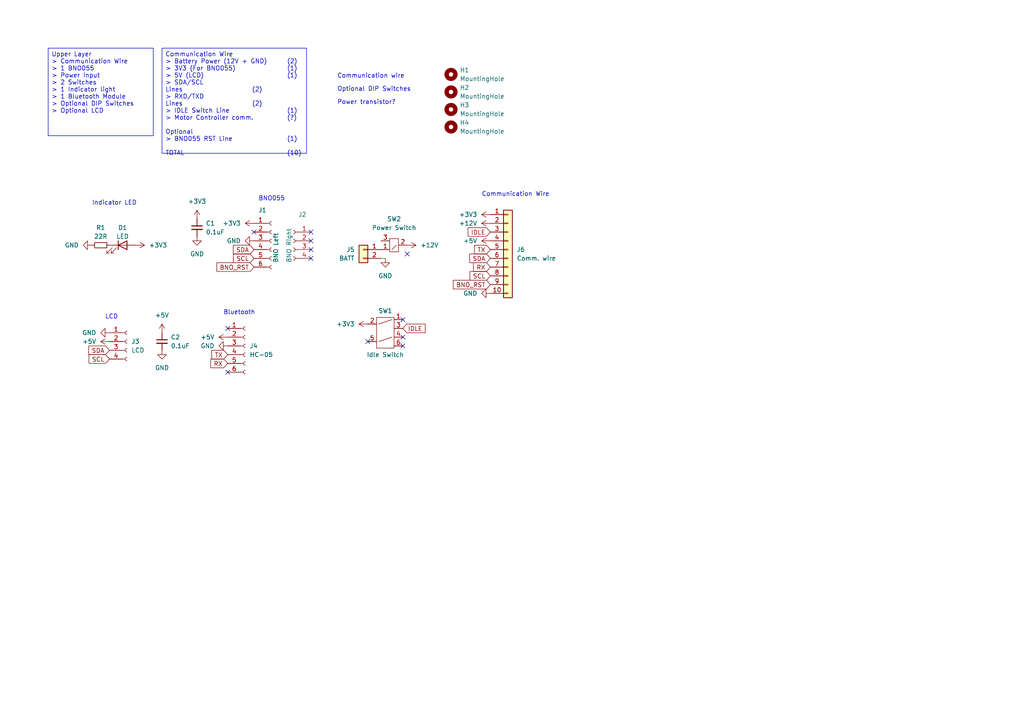
<source format=kicad_sch>
(kicad_sch (version 20230121) (generator eeschema)

  (uuid f2875605-90f4-4b90-9af0-4b2c2e70e39d)

  (paper "A4")

  (lib_symbols
    (symbol "Altronics:Switch_DPDT_S2060" (pin_names hide) (in_bom yes) (on_board yes)
      (property "Reference" "SW" (at 0 5.715 0)
        (effects (font (size 1.27 1.27)))
      )
      (property "Value" "" (at 0 0 0)
        (effects (font (size 1.27 1.27)))
      )
      (property "Footprint" "" (at 0 0 0)
        (effects (font (size 1.27 1.27)) hide)
      )
      (property "Datasheet" "" (at 0 0 0)
        (effects (font (size 1.27 1.27)) hide)
      )
      (symbol "Switch_DPDT_S2060_0_1"
        (rectangle (start -2.54 4.445) (end 2.54 -4.445)
          (stroke (width 0) (type default))
          (fill (type none))
        )
        (polyline
          (pts
            (xy -1.905 -2.54)
            (xy 1.905 -1.27)
          )
          (stroke (width 0) (type default))
          (fill (type none))
        )
        (polyline
          (pts
            (xy -1.905 2.54)
            (xy 1.905 3.81)
          )
          (stroke (width 0) (type default))
          (fill (type none))
        )
      )
      (symbol "Switch_DPDT_S2060_1_1"
        (pin input line (at 5.08 3.81 180) (length 2.54)
          (name "1" (effects (font (size 1.27 1.27))))
          (number "1" (effects (font (size 1.27 1.27))))
        )
        (pin input line (at -5.08 2.54 0) (length 2.54)
          (name "2" (effects (font (size 1.27 1.27))))
          (number "2" (effects (font (size 1.27 1.27))))
        )
        (pin input line (at 5.08 1.27 180) (length 2.54)
          (name "3" (effects (font (size 1.27 1.27))))
          (number "3" (effects (font (size 1.27 1.27))))
        )
        (pin input line (at 5.08 -1.27 180) (length 2.54)
          (name "4" (effects (font (size 1.27 1.27))))
          (number "4" (effects (font (size 1.27 1.27))))
        )
        (pin input line (at -5.08 -2.54 0) (length 2.54)
          (name "5" (effects (font (size 1.27 1.27))))
          (number "5" (effects (font (size 1.27 1.27))))
        )
        (pin input line (at 5.08 -3.81 180) (length 2.54)
          (name "6" (effects (font (size 1.27 1.27))))
          (number "6" (effects (font (size 1.27 1.27))))
        )
      )
    )
    (symbol "Altronics:Switch_SPDT_S2070" (pin_names hide) (in_bom yes) (on_board yes)
      (property "Reference" "SW" (at 0 3.81 0)
        (effects (font (size 1.27 1.27)))
      )
      (property "Value" "" (at 0 0 0)
        (effects (font (size 1.27 1.27)))
      )
      (property "Footprint" "" (at 0 0 0)
        (effects (font (size 1.27 1.27)) hide)
      )
      (property "Datasheet" "" (at 0 0 0)
        (effects (font (size 1.27 1.27)) hide)
      )
      (symbol "Switch_SPDT_S2070_0_1"
        (rectangle (start -1.27 1.905) (end 1.27 -1.905)
          (stroke (width 0) (type default))
          (fill (type none))
        )
        (polyline
          (pts
            (xy -0.635 0)
            (xy 0.635 1.27)
          )
          (stroke (width 0) (type default))
          (fill (type none))
        )
      )
      (symbol "Switch_SPDT_S2070_1_1"
        (pin input line (at 3.81 1.27 180) (length 2.54)
          (name "1" (effects (font (size 1.27 1.27))))
          (number "1" (effects (font (size 1.27 1.27))))
        )
        (pin input line (at -3.81 0 0) (length 2.54)
          (name "2" (effects (font (size 1.27 1.27))))
          (number "2" (effects (font (size 1.27 1.27))))
        )
        (pin input line (at 3.81 -1.27 180) (length 2.54)
          (name "3" (effects (font (size 1.27 1.27))))
          (number "3" (effects (font (size 1.27 1.27))))
        )
      )
    )
    (symbol "Connector:Conn_01x04_Socket" (pin_names (offset 1.016) hide) (in_bom yes) (on_board yes)
      (property "Reference" "J" (at 0 5.08 0)
        (effects (font (size 1.27 1.27)))
      )
      (property "Value" "Conn_01x04_Socket" (at 0 -7.62 0)
        (effects (font (size 1.27 1.27)))
      )
      (property "Footprint" "" (at 0 0 0)
        (effects (font (size 1.27 1.27)) hide)
      )
      (property "Datasheet" "~" (at 0 0 0)
        (effects (font (size 1.27 1.27)) hide)
      )
      (property "ki_locked" "" (at 0 0 0)
        (effects (font (size 1.27 1.27)))
      )
      (property "ki_keywords" "connector" (at 0 0 0)
        (effects (font (size 1.27 1.27)) hide)
      )
      (property "ki_description" "Generic connector, single row, 01x04, script generated" (at 0 0 0)
        (effects (font (size 1.27 1.27)) hide)
      )
      (property "ki_fp_filters" "Connector*:*_1x??_*" (at 0 0 0)
        (effects (font (size 1.27 1.27)) hide)
      )
      (symbol "Conn_01x04_Socket_1_1"
        (arc (start 0 -4.572) (mid -0.5058 -5.08) (end 0 -5.588)
          (stroke (width 0.1524) (type default))
          (fill (type none))
        )
        (arc (start 0 -2.032) (mid -0.5058 -2.54) (end 0 -3.048)
          (stroke (width 0.1524) (type default))
          (fill (type none))
        )
        (polyline
          (pts
            (xy -1.27 -5.08)
            (xy -0.508 -5.08)
          )
          (stroke (width 0.1524) (type default))
          (fill (type none))
        )
        (polyline
          (pts
            (xy -1.27 -2.54)
            (xy -0.508 -2.54)
          )
          (stroke (width 0.1524) (type default))
          (fill (type none))
        )
        (polyline
          (pts
            (xy -1.27 0)
            (xy -0.508 0)
          )
          (stroke (width 0.1524) (type default))
          (fill (type none))
        )
        (polyline
          (pts
            (xy -1.27 2.54)
            (xy -0.508 2.54)
          )
          (stroke (width 0.1524) (type default))
          (fill (type none))
        )
        (arc (start 0 0.508) (mid -0.5058 0) (end 0 -0.508)
          (stroke (width 0.1524) (type default))
          (fill (type none))
        )
        (arc (start 0 3.048) (mid -0.5058 2.54) (end 0 2.032)
          (stroke (width 0.1524) (type default))
          (fill (type none))
        )
        (pin passive line (at -5.08 2.54 0) (length 3.81)
          (name "Pin_1" (effects (font (size 1.27 1.27))))
          (number "1" (effects (font (size 1.27 1.27))))
        )
        (pin passive line (at -5.08 0 0) (length 3.81)
          (name "Pin_2" (effects (font (size 1.27 1.27))))
          (number "2" (effects (font (size 1.27 1.27))))
        )
        (pin passive line (at -5.08 -2.54 0) (length 3.81)
          (name "Pin_3" (effects (font (size 1.27 1.27))))
          (number "3" (effects (font (size 1.27 1.27))))
        )
        (pin passive line (at -5.08 -5.08 0) (length 3.81)
          (name "Pin_4" (effects (font (size 1.27 1.27))))
          (number "4" (effects (font (size 1.27 1.27))))
        )
      )
    )
    (symbol "Connector:Conn_01x06_Socket" (pin_names (offset 1.016) hide) (in_bom yes) (on_board yes)
      (property "Reference" "J" (at 0 7.62 0)
        (effects (font (size 1.27 1.27)))
      )
      (property "Value" "Conn_01x06_Socket" (at 0 -10.16 0)
        (effects (font (size 1.27 1.27)))
      )
      (property "Footprint" "" (at 0 0 0)
        (effects (font (size 1.27 1.27)) hide)
      )
      (property "Datasheet" "~" (at 0 0 0)
        (effects (font (size 1.27 1.27)) hide)
      )
      (property "ki_locked" "" (at 0 0 0)
        (effects (font (size 1.27 1.27)))
      )
      (property "ki_keywords" "connector" (at 0 0 0)
        (effects (font (size 1.27 1.27)) hide)
      )
      (property "ki_description" "Generic connector, single row, 01x06, script generated" (at 0 0 0)
        (effects (font (size 1.27 1.27)) hide)
      )
      (property "ki_fp_filters" "Connector*:*_1x??_*" (at 0 0 0)
        (effects (font (size 1.27 1.27)) hide)
      )
      (symbol "Conn_01x06_Socket_1_1"
        (arc (start 0 -7.112) (mid -0.5058 -7.62) (end 0 -8.128)
          (stroke (width 0.1524) (type default))
          (fill (type none))
        )
        (arc (start 0 -4.572) (mid -0.5058 -5.08) (end 0 -5.588)
          (stroke (width 0.1524) (type default))
          (fill (type none))
        )
        (arc (start 0 -2.032) (mid -0.5058 -2.54) (end 0 -3.048)
          (stroke (width 0.1524) (type default))
          (fill (type none))
        )
        (polyline
          (pts
            (xy -1.27 -7.62)
            (xy -0.508 -7.62)
          )
          (stroke (width 0.1524) (type default))
          (fill (type none))
        )
        (polyline
          (pts
            (xy -1.27 -5.08)
            (xy -0.508 -5.08)
          )
          (stroke (width 0.1524) (type default))
          (fill (type none))
        )
        (polyline
          (pts
            (xy -1.27 -2.54)
            (xy -0.508 -2.54)
          )
          (stroke (width 0.1524) (type default))
          (fill (type none))
        )
        (polyline
          (pts
            (xy -1.27 0)
            (xy -0.508 0)
          )
          (stroke (width 0.1524) (type default))
          (fill (type none))
        )
        (polyline
          (pts
            (xy -1.27 2.54)
            (xy -0.508 2.54)
          )
          (stroke (width 0.1524) (type default))
          (fill (type none))
        )
        (polyline
          (pts
            (xy -1.27 5.08)
            (xy -0.508 5.08)
          )
          (stroke (width 0.1524) (type default))
          (fill (type none))
        )
        (arc (start 0 0.508) (mid -0.5058 0) (end 0 -0.508)
          (stroke (width 0.1524) (type default))
          (fill (type none))
        )
        (arc (start 0 3.048) (mid -0.5058 2.54) (end 0 2.032)
          (stroke (width 0.1524) (type default))
          (fill (type none))
        )
        (arc (start 0 5.588) (mid -0.5058 5.08) (end 0 4.572)
          (stroke (width 0.1524) (type default))
          (fill (type none))
        )
        (pin passive line (at -5.08 5.08 0) (length 3.81)
          (name "Pin_1" (effects (font (size 1.27 1.27))))
          (number "1" (effects (font (size 1.27 1.27))))
        )
        (pin passive line (at -5.08 2.54 0) (length 3.81)
          (name "Pin_2" (effects (font (size 1.27 1.27))))
          (number "2" (effects (font (size 1.27 1.27))))
        )
        (pin passive line (at -5.08 0 0) (length 3.81)
          (name "Pin_3" (effects (font (size 1.27 1.27))))
          (number "3" (effects (font (size 1.27 1.27))))
        )
        (pin passive line (at -5.08 -2.54 0) (length 3.81)
          (name "Pin_4" (effects (font (size 1.27 1.27))))
          (number "4" (effects (font (size 1.27 1.27))))
        )
        (pin passive line (at -5.08 -5.08 0) (length 3.81)
          (name "Pin_5" (effects (font (size 1.27 1.27))))
          (number "5" (effects (font (size 1.27 1.27))))
        )
        (pin passive line (at -5.08 -7.62 0) (length 3.81)
          (name "Pin_6" (effects (font (size 1.27 1.27))))
          (number "6" (effects (font (size 1.27 1.27))))
        )
      )
    )
    (symbol "Connector_Generic:Conn_01x02" (pin_names (offset 1.016) hide) (in_bom yes) (on_board yes)
      (property "Reference" "J" (at 0 2.54 0)
        (effects (font (size 1.27 1.27)))
      )
      (property "Value" "Conn_01x02" (at 0 -5.08 0)
        (effects (font (size 1.27 1.27)))
      )
      (property "Footprint" "" (at 0 0 0)
        (effects (font (size 1.27 1.27)) hide)
      )
      (property "Datasheet" "~" (at 0 0 0)
        (effects (font (size 1.27 1.27)) hide)
      )
      (property "ki_keywords" "connector" (at 0 0 0)
        (effects (font (size 1.27 1.27)) hide)
      )
      (property "ki_description" "Generic connector, single row, 01x02, script generated (kicad-library-utils/schlib/autogen/connector/)" (at 0 0 0)
        (effects (font (size 1.27 1.27)) hide)
      )
      (property "ki_fp_filters" "Connector*:*_1x??_*" (at 0 0 0)
        (effects (font (size 1.27 1.27)) hide)
      )
      (symbol "Conn_01x02_1_1"
        (rectangle (start -1.27 -2.413) (end 0 -2.667)
          (stroke (width 0.1524) (type default))
          (fill (type none))
        )
        (rectangle (start -1.27 0.127) (end 0 -0.127)
          (stroke (width 0.1524) (type default))
          (fill (type none))
        )
        (rectangle (start -1.27 1.27) (end 1.27 -3.81)
          (stroke (width 0.254) (type default))
          (fill (type background))
        )
        (pin passive line (at -5.08 0 0) (length 3.81)
          (name "Pin_1" (effects (font (size 1.27 1.27))))
          (number "1" (effects (font (size 1.27 1.27))))
        )
        (pin passive line (at -5.08 -2.54 0) (length 3.81)
          (name "Pin_2" (effects (font (size 1.27 1.27))))
          (number "2" (effects (font (size 1.27 1.27))))
        )
      )
    )
    (symbol "Connector_Generic:Conn_01x10" (pin_names (offset 1.016) hide) (in_bom yes) (on_board yes)
      (property "Reference" "J" (at 0 12.7 0)
        (effects (font (size 1.27 1.27)))
      )
      (property "Value" "Conn_01x10" (at 0 -15.24 0)
        (effects (font (size 1.27 1.27)))
      )
      (property "Footprint" "" (at 0 0 0)
        (effects (font (size 1.27 1.27)) hide)
      )
      (property "Datasheet" "~" (at 0 0 0)
        (effects (font (size 1.27 1.27)) hide)
      )
      (property "ki_keywords" "connector" (at 0 0 0)
        (effects (font (size 1.27 1.27)) hide)
      )
      (property "ki_description" "Generic connector, single row, 01x10, script generated (kicad-library-utils/schlib/autogen/connector/)" (at 0 0 0)
        (effects (font (size 1.27 1.27)) hide)
      )
      (property "ki_fp_filters" "Connector*:*_1x??_*" (at 0 0 0)
        (effects (font (size 1.27 1.27)) hide)
      )
      (symbol "Conn_01x10_1_1"
        (rectangle (start -1.27 -12.573) (end 0 -12.827)
          (stroke (width 0.1524) (type default))
          (fill (type none))
        )
        (rectangle (start -1.27 -10.033) (end 0 -10.287)
          (stroke (width 0.1524) (type default))
          (fill (type none))
        )
        (rectangle (start -1.27 -7.493) (end 0 -7.747)
          (stroke (width 0.1524) (type default))
          (fill (type none))
        )
        (rectangle (start -1.27 -4.953) (end 0 -5.207)
          (stroke (width 0.1524) (type default))
          (fill (type none))
        )
        (rectangle (start -1.27 -2.413) (end 0 -2.667)
          (stroke (width 0.1524) (type default))
          (fill (type none))
        )
        (rectangle (start -1.27 0.127) (end 0 -0.127)
          (stroke (width 0.1524) (type default))
          (fill (type none))
        )
        (rectangle (start -1.27 2.667) (end 0 2.413)
          (stroke (width 0.1524) (type default))
          (fill (type none))
        )
        (rectangle (start -1.27 5.207) (end 0 4.953)
          (stroke (width 0.1524) (type default))
          (fill (type none))
        )
        (rectangle (start -1.27 7.747) (end 0 7.493)
          (stroke (width 0.1524) (type default))
          (fill (type none))
        )
        (rectangle (start -1.27 10.287) (end 0 10.033)
          (stroke (width 0.1524) (type default))
          (fill (type none))
        )
        (rectangle (start -1.27 11.43) (end 1.27 -13.97)
          (stroke (width 0.254) (type default))
          (fill (type background))
        )
        (pin passive line (at -5.08 10.16 0) (length 3.81)
          (name "Pin_1" (effects (font (size 1.27 1.27))))
          (number "1" (effects (font (size 1.27 1.27))))
        )
        (pin passive line (at -5.08 -12.7 0) (length 3.81)
          (name "Pin_10" (effects (font (size 1.27 1.27))))
          (number "10" (effects (font (size 1.27 1.27))))
        )
        (pin passive line (at -5.08 7.62 0) (length 3.81)
          (name "Pin_2" (effects (font (size 1.27 1.27))))
          (number "2" (effects (font (size 1.27 1.27))))
        )
        (pin passive line (at -5.08 5.08 0) (length 3.81)
          (name "Pin_3" (effects (font (size 1.27 1.27))))
          (number "3" (effects (font (size 1.27 1.27))))
        )
        (pin passive line (at -5.08 2.54 0) (length 3.81)
          (name "Pin_4" (effects (font (size 1.27 1.27))))
          (number "4" (effects (font (size 1.27 1.27))))
        )
        (pin passive line (at -5.08 0 0) (length 3.81)
          (name "Pin_5" (effects (font (size 1.27 1.27))))
          (number "5" (effects (font (size 1.27 1.27))))
        )
        (pin passive line (at -5.08 -2.54 0) (length 3.81)
          (name "Pin_6" (effects (font (size 1.27 1.27))))
          (number "6" (effects (font (size 1.27 1.27))))
        )
        (pin passive line (at -5.08 -5.08 0) (length 3.81)
          (name "Pin_7" (effects (font (size 1.27 1.27))))
          (number "7" (effects (font (size 1.27 1.27))))
        )
        (pin passive line (at -5.08 -7.62 0) (length 3.81)
          (name "Pin_8" (effects (font (size 1.27 1.27))))
          (number "8" (effects (font (size 1.27 1.27))))
        )
        (pin passive line (at -5.08 -10.16 0) (length 3.81)
          (name "Pin_9" (effects (font (size 1.27 1.27))))
          (number "9" (effects (font (size 1.27 1.27))))
        )
      )
    )
    (symbol "Device:C_Small" (pin_numbers hide) (pin_names (offset 0.254) hide) (in_bom yes) (on_board yes)
      (property "Reference" "C" (at 0.254 1.778 0)
        (effects (font (size 1.27 1.27)) (justify left))
      )
      (property "Value" "C_Small" (at 0.254 -2.032 0)
        (effects (font (size 1.27 1.27)) (justify left))
      )
      (property "Footprint" "" (at 0 0 0)
        (effects (font (size 1.27 1.27)) hide)
      )
      (property "Datasheet" "~" (at 0 0 0)
        (effects (font (size 1.27 1.27)) hide)
      )
      (property "ki_keywords" "capacitor cap" (at 0 0 0)
        (effects (font (size 1.27 1.27)) hide)
      )
      (property "ki_description" "Unpolarized capacitor, small symbol" (at 0 0 0)
        (effects (font (size 1.27 1.27)) hide)
      )
      (property "ki_fp_filters" "C_*" (at 0 0 0)
        (effects (font (size 1.27 1.27)) hide)
      )
      (symbol "C_Small_0_1"
        (polyline
          (pts
            (xy -1.524 -0.508)
            (xy 1.524 -0.508)
          )
          (stroke (width 0.3302) (type default))
          (fill (type none))
        )
        (polyline
          (pts
            (xy -1.524 0.508)
            (xy 1.524 0.508)
          )
          (stroke (width 0.3048) (type default))
          (fill (type none))
        )
      )
      (symbol "C_Small_1_1"
        (pin passive line (at 0 2.54 270) (length 2.032)
          (name "~" (effects (font (size 1.27 1.27))))
          (number "1" (effects (font (size 1.27 1.27))))
        )
        (pin passive line (at 0 -2.54 90) (length 2.032)
          (name "~" (effects (font (size 1.27 1.27))))
          (number "2" (effects (font (size 1.27 1.27))))
        )
      )
    )
    (symbol "Device:LED" (pin_numbers hide) (pin_names (offset 1.016) hide) (in_bom yes) (on_board yes)
      (property "Reference" "D" (at 0 2.54 0)
        (effects (font (size 1.27 1.27)))
      )
      (property "Value" "LED" (at 0 -2.54 0)
        (effects (font (size 1.27 1.27)))
      )
      (property "Footprint" "" (at 0 0 0)
        (effects (font (size 1.27 1.27)) hide)
      )
      (property "Datasheet" "~" (at 0 0 0)
        (effects (font (size 1.27 1.27)) hide)
      )
      (property "ki_keywords" "LED diode" (at 0 0 0)
        (effects (font (size 1.27 1.27)) hide)
      )
      (property "ki_description" "Light emitting diode" (at 0 0 0)
        (effects (font (size 1.27 1.27)) hide)
      )
      (property "ki_fp_filters" "LED* LED_SMD:* LED_THT:*" (at 0 0 0)
        (effects (font (size 1.27 1.27)) hide)
      )
      (symbol "LED_0_1"
        (polyline
          (pts
            (xy -1.27 -1.27)
            (xy -1.27 1.27)
          )
          (stroke (width 0.254) (type default))
          (fill (type none))
        )
        (polyline
          (pts
            (xy -1.27 0)
            (xy 1.27 0)
          )
          (stroke (width 0) (type default))
          (fill (type none))
        )
        (polyline
          (pts
            (xy 1.27 -1.27)
            (xy 1.27 1.27)
            (xy -1.27 0)
            (xy 1.27 -1.27)
          )
          (stroke (width 0.254) (type default))
          (fill (type none))
        )
        (polyline
          (pts
            (xy -3.048 -0.762)
            (xy -4.572 -2.286)
            (xy -3.81 -2.286)
            (xy -4.572 -2.286)
            (xy -4.572 -1.524)
          )
          (stroke (width 0) (type default))
          (fill (type none))
        )
        (polyline
          (pts
            (xy -1.778 -0.762)
            (xy -3.302 -2.286)
            (xy -2.54 -2.286)
            (xy -3.302 -2.286)
            (xy -3.302 -1.524)
          )
          (stroke (width 0) (type default))
          (fill (type none))
        )
      )
      (symbol "LED_1_1"
        (pin passive line (at -3.81 0 0) (length 2.54)
          (name "K" (effects (font (size 1.27 1.27))))
          (number "1" (effects (font (size 1.27 1.27))))
        )
        (pin passive line (at 3.81 0 180) (length 2.54)
          (name "A" (effects (font (size 1.27 1.27))))
          (number "2" (effects (font (size 1.27 1.27))))
        )
      )
    )
    (symbol "Device:R_Small" (pin_numbers hide) (pin_names (offset 0.254) hide) (in_bom yes) (on_board yes)
      (property "Reference" "R" (at 0.762 0.508 0)
        (effects (font (size 1.27 1.27)) (justify left))
      )
      (property "Value" "R_Small" (at 0.762 -1.016 0)
        (effects (font (size 1.27 1.27)) (justify left))
      )
      (property "Footprint" "" (at 0 0 0)
        (effects (font (size 1.27 1.27)) hide)
      )
      (property "Datasheet" "~" (at 0 0 0)
        (effects (font (size 1.27 1.27)) hide)
      )
      (property "ki_keywords" "R resistor" (at 0 0 0)
        (effects (font (size 1.27 1.27)) hide)
      )
      (property "ki_description" "Resistor, small symbol" (at 0 0 0)
        (effects (font (size 1.27 1.27)) hide)
      )
      (property "ki_fp_filters" "R_*" (at 0 0 0)
        (effects (font (size 1.27 1.27)) hide)
      )
      (symbol "R_Small_0_1"
        (rectangle (start -0.762 1.778) (end 0.762 -1.778)
          (stroke (width 0.2032) (type default))
          (fill (type none))
        )
      )
      (symbol "R_Small_1_1"
        (pin passive line (at 0 2.54 270) (length 0.762)
          (name "~" (effects (font (size 1.27 1.27))))
          (number "1" (effects (font (size 1.27 1.27))))
        )
        (pin passive line (at 0 -2.54 90) (length 0.762)
          (name "~" (effects (font (size 1.27 1.27))))
          (number "2" (effects (font (size 1.27 1.27))))
        )
      )
    )
    (symbol "Mechanical:MountingHole" (pin_names (offset 1.016)) (in_bom yes) (on_board yes)
      (property "Reference" "H" (at 0 5.08 0)
        (effects (font (size 1.27 1.27)))
      )
      (property "Value" "MountingHole" (at 0 3.175 0)
        (effects (font (size 1.27 1.27)))
      )
      (property "Footprint" "" (at 0 0 0)
        (effects (font (size 1.27 1.27)) hide)
      )
      (property "Datasheet" "~" (at 0 0 0)
        (effects (font (size 1.27 1.27)) hide)
      )
      (property "ki_keywords" "mounting hole" (at 0 0 0)
        (effects (font (size 1.27 1.27)) hide)
      )
      (property "ki_description" "Mounting Hole without connection" (at 0 0 0)
        (effects (font (size 1.27 1.27)) hide)
      )
      (property "ki_fp_filters" "MountingHole*" (at 0 0 0)
        (effects (font (size 1.27 1.27)) hide)
      )
      (symbol "MountingHole_0_1"
        (circle (center 0 0) (radius 1.27)
          (stroke (width 1.27) (type default))
          (fill (type none))
        )
      )
    )
    (symbol "power:+12V" (power) (pin_names (offset 0)) (in_bom yes) (on_board yes)
      (property "Reference" "#PWR" (at 0 -3.81 0)
        (effects (font (size 1.27 1.27)) hide)
      )
      (property "Value" "+12V" (at 0 3.556 0)
        (effects (font (size 1.27 1.27)))
      )
      (property "Footprint" "" (at 0 0 0)
        (effects (font (size 1.27 1.27)) hide)
      )
      (property "Datasheet" "" (at 0 0 0)
        (effects (font (size 1.27 1.27)) hide)
      )
      (property "ki_keywords" "global power" (at 0 0 0)
        (effects (font (size 1.27 1.27)) hide)
      )
      (property "ki_description" "Power symbol creates a global label with name \"+12V\"" (at 0 0 0)
        (effects (font (size 1.27 1.27)) hide)
      )
      (symbol "+12V_0_1"
        (polyline
          (pts
            (xy -0.762 1.27)
            (xy 0 2.54)
          )
          (stroke (width 0) (type default))
          (fill (type none))
        )
        (polyline
          (pts
            (xy 0 0)
            (xy 0 2.54)
          )
          (stroke (width 0) (type default))
          (fill (type none))
        )
        (polyline
          (pts
            (xy 0 2.54)
            (xy 0.762 1.27)
          )
          (stroke (width 0) (type default))
          (fill (type none))
        )
      )
      (symbol "+12V_1_1"
        (pin power_in line (at 0 0 90) (length 0) hide
          (name "+12V" (effects (font (size 1.27 1.27))))
          (number "1" (effects (font (size 1.27 1.27))))
        )
      )
    )
    (symbol "power:+3V3" (power) (pin_names (offset 0)) (in_bom yes) (on_board yes)
      (property "Reference" "#PWR" (at 0 -3.81 0)
        (effects (font (size 1.27 1.27)) hide)
      )
      (property "Value" "+3V3" (at 0 3.556 0)
        (effects (font (size 1.27 1.27)))
      )
      (property "Footprint" "" (at 0 0 0)
        (effects (font (size 1.27 1.27)) hide)
      )
      (property "Datasheet" "" (at 0 0 0)
        (effects (font (size 1.27 1.27)) hide)
      )
      (property "ki_keywords" "global power" (at 0 0 0)
        (effects (font (size 1.27 1.27)) hide)
      )
      (property "ki_description" "Power symbol creates a global label with name \"+3V3\"" (at 0 0 0)
        (effects (font (size 1.27 1.27)) hide)
      )
      (symbol "+3V3_0_1"
        (polyline
          (pts
            (xy -0.762 1.27)
            (xy 0 2.54)
          )
          (stroke (width 0) (type default))
          (fill (type none))
        )
        (polyline
          (pts
            (xy 0 0)
            (xy 0 2.54)
          )
          (stroke (width 0) (type default))
          (fill (type none))
        )
        (polyline
          (pts
            (xy 0 2.54)
            (xy 0.762 1.27)
          )
          (stroke (width 0) (type default))
          (fill (type none))
        )
      )
      (symbol "+3V3_1_1"
        (pin power_in line (at 0 0 90) (length 0) hide
          (name "+3V3" (effects (font (size 1.27 1.27))))
          (number "1" (effects (font (size 1.27 1.27))))
        )
      )
    )
    (symbol "power:+5V" (power) (pin_names (offset 0)) (in_bom yes) (on_board yes)
      (property "Reference" "#PWR" (at 0 -3.81 0)
        (effects (font (size 1.27 1.27)) hide)
      )
      (property "Value" "+5V" (at 0 3.556 0)
        (effects (font (size 1.27 1.27)))
      )
      (property "Footprint" "" (at 0 0 0)
        (effects (font (size 1.27 1.27)) hide)
      )
      (property "Datasheet" "" (at 0 0 0)
        (effects (font (size 1.27 1.27)) hide)
      )
      (property "ki_keywords" "global power" (at 0 0 0)
        (effects (font (size 1.27 1.27)) hide)
      )
      (property "ki_description" "Power symbol creates a global label with name \"+5V\"" (at 0 0 0)
        (effects (font (size 1.27 1.27)) hide)
      )
      (symbol "+5V_0_1"
        (polyline
          (pts
            (xy -0.762 1.27)
            (xy 0 2.54)
          )
          (stroke (width 0) (type default))
          (fill (type none))
        )
        (polyline
          (pts
            (xy 0 0)
            (xy 0 2.54)
          )
          (stroke (width 0) (type default))
          (fill (type none))
        )
        (polyline
          (pts
            (xy 0 2.54)
            (xy 0.762 1.27)
          )
          (stroke (width 0) (type default))
          (fill (type none))
        )
      )
      (symbol "+5V_1_1"
        (pin power_in line (at 0 0 90) (length 0) hide
          (name "+5V" (effects (font (size 1.27 1.27))))
          (number "1" (effects (font (size 1.27 1.27))))
        )
      )
    )
    (symbol "power:GND" (power) (pin_names (offset 0)) (in_bom yes) (on_board yes)
      (property "Reference" "#PWR" (at 0 -6.35 0)
        (effects (font (size 1.27 1.27)) hide)
      )
      (property "Value" "GND" (at 0 -3.81 0)
        (effects (font (size 1.27 1.27)))
      )
      (property "Footprint" "" (at 0 0 0)
        (effects (font (size 1.27 1.27)) hide)
      )
      (property "Datasheet" "" (at 0 0 0)
        (effects (font (size 1.27 1.27)) hide)
      )
      (property "ki_keywords" "global power" (at 0 0 0)
        (effects (font (size 1.27 1.27)) hide)
      )
      (property "ki_description" "Power symbol creates a global label with name \"GND\" , ground" (at 0 0 0)
        (effects (font (size 1.27 1.27)) hide)
      )
      (symbol "GND_0_1"
        (polyline
          (pts
            (xy 0 0)
            (xy 0 -1.27)
            (xy 1.27 -1.27)
            (xy 0 -2.54)
            (xy -1.27 -1.27)
            (xy 0 -1.27)
          )
          (stroke (width 0) (type default))
          (fill (type none))
        )
      )
      (symbol "GND_1_1"
        (pin power_in line (at 0 0 270) (length 0) hide
          (name "GND" (effects (font (size 1.27 1.27))))
          (number "1" (effects (font (size 1.27 1.27))))
        )
      )
    )
  )


  (no_connect (at 116.84 97.79) (uuid 2ccafb89-8dc1-41a4-aa2b-c1fa68179ec2))
  (no_connect (at 90.17 74.93) (uuid 677277bc-ed19-4f7c-b519-f88284ef2bab))
  (no_connect (at 90.17 72.39) (uuid 6e712dec-7a71-4aab-b852-013dacb8241a))
  (no_connect (at 116.84 100.33) (uuid 7ac9af9f-17eb-43dc-8ab6-ae74cfc2b365))
  (no_connect (at 73.66 67.31) (uuid 8d41f990-73ec-4bbc-bd97-7c3c831a67f8))
  (no_connect (at 90.17 67.31) (uuid 8e99e116-afef-4e0b-af4c-3bd628d99358))
  (no_connect (at 116.84 92.71) (uuid 94e238a5-14a9-4ee0-8480-b6f6c2ef7020))
  (no_connect (at 66.04 95.25) (uuid 98ef10e0-a8c4-4bd1-be48-240f5d5a1a26))
  (no_connect (at 90.17 69.85) (uuid 9976bb0e-9f36-4239-b205-71611bd6b0da))
  (no_connect (at 106.68 99.06) (uuid d3bb7bfc-a6d8-405c-a462-25d7db544ea8))
  (no_connect (at 66.04 107.95) (uuid f0f1ed81-423a-4351-afee-fdccb80918a2))
  (no_connect (at 118.11 73.66) (uuid f5604827-6d80-4f9a-8d21-01f0f2ee5669))

  (wire (pts (xy 110.49 74.93) (xy 111.76 74.93))
    (stroke (width 0) (type default))
    (uuid 620bdaa7-43da-41bf-8d36-6fe88596cbfe)
  )

  (text_box "Upper Layer\n> Communication Wire\n> 1 BNO055\n> Power Input\n> 2 Switches\n> 1 Indicator light\n> 1 Bluetooth Module\n> Optional DIP Switches\n> Optional LCD"
    (at 13.97 13.97 0) (size 30.48 25.4)
    (stroke (width 0) (type default))
    (fill (type none))
    (effects (font (size 1.27 1.27)) (justify left top))
    (uuid 88210d22-ffa9-4889-8dbb-69734a5cbc6b)
  )
  (text_box "Communication Wire\n> Battery Power (12V + GND)	(2)\n> 3V3 (For BNO055)			(1)\n> 5V (LCD)					(1)\n> SDA/SCL Lines				(2)\n> RXD/TXD Lines				(2)\n> IDLE Switch Line			(1)\n> Motor Controller comm.	(?)\n\nOptional\n> BNO055 RST Line			(1)\n\nTOTAL						(10)"
    (at 46.99 13.97 0) (size 41.91 30.48)
    (stroke (width 0) (type default))
    (fill (type none))
    (effects (font (size 1.27 1.27)) (justify left top))
    (uuid b4fccaa5-c497-4283-a7fe-691a709022ea)
  )

  (text "Power transistor?" (at 97.79 30.48 0)
    (effects (font (size 1.27 1.27)) (justify left bottom))
    (uuid 1cbff854-a585-4b56-ab69-d3661106fa11)
  )
  (text "Bluetooth" (at 64.77 91.44 0)
    (effects (font (size 1.27 1.27)) (justify left bottom))
    (uuid 2ac73f24-c513-403e-a31f-11c3629be9d9)
  )
  (text "Communication wire" (at 97.79 22.86 0)
    (effects (font (size 1.27 1.27)) (justify left bottom))
    (uuid 9a6ee389-3f11-4711-85b8-aebc77ceba64)
  )
  (text "Optional DIP Switches" (at 97.79 26.67 0)
    (effects (font (size 1.27 1.27)) (justify left bottom))
    (uuid a4a5d950-21a5-4d69-b1ee-084956d57717)
  )
  (text "BNO055" (at 74.93 58.42 0)
    (effects (font (size 1.27 1.27)) (justify left bottom))
    (uuid d3c72d1d-bf82-4852-a787-573e0c8e97f4)
  )
  (text "LCD" (at 30.48 92.71 0)
    (effects (font (size 1.27 1.27)) (justify left bottom))
    (uuid d8069f04-123a-4f22-a9c2-d96559d13e6e)
  )
  (text "Indicator LED" (at 26.67 59.69 0)
    (effects (font (size 1.27 1.27)) (justify left bottom))
    (uuid db22e313-6408-40a2-89bf-4d28dbe9719f)
  )
  (text "Communication Wire" (at 139.7 57.15 0)
    (effects (font (size 1.27 1.27)) (justify left bottom))
    (uuid e305011e-eca4-42cc-bbf9-dc2aef7dfb71)
  )

  (global_label "RX" (shape input) (at 66.04 105.41 180) (fields_autoplaced)
    (effects (font (size 1.27 1.27)) (justify right))
    (uuid 1f2f7762-0f49-4319-a62b-cde3bbfb862b)
    (property "Intersheetrefs" "${INTERSHEET_REFS}" (at 60.5753 105.41 0)
      (effects (font (size 1.27 1.27)) (justify right) hide)
    )
  )
  (global_label "IDLE" (shape input) (at 142.24 67.31 180) (fields_autoplaced)
    (effects (font (size 1.27 1.27)) (justify right))
    (uuid 2e1e522c-f1ca-43c7-a259-59440c111e51)
    (property "Intersheetrefs" "${INTERSHEET_REFS}" (at 135.2029 67.31 0)
      (effects (font (size 1.27 1.27)) (justify right) hide)
    )
  )
  (global_label "SDA" (shape input) (at 73.66 72.39 180) (fields_autoplaced)
    (effects (font (size 1.27 1.27)) (justify right))
    (uuid 34ea5cbb-0c9f-41a9-bb0c-043d0bf6c8fb)
    (property "Intersheetrefs" "${INTERSHEET_REFS}" (at 67.1067 72.39 0)
      (effects (font (size 1.27 1.27)) (justify right) hide)
    )
  )
  (global_label "BNO_RST" (shape input) (at 73.66 77.47 180) (fields_autoplaced)
    (effects (font (size 1.27 1.27)) (justify right))
    (uuid 3fe20b4f-0422-4bd2-8628-1b7f5773d8aa)
    (property "Intersheetrefs" "${INTERSHEET_REFS}" (at 62.3291 77.47 0)
      (effects (font (size 1.27 1.27)) (justify right) hide)
    )
  )
  (global_label "SCL" (shape input) (at 142.24 80.01 180) (fields_autoplaced)
    (effects (font (size 1.27 1.27)) (justify right))
    (uuid 7341636a-a6d9-40ce-bf56-be0cca7b8d6c)
    (property "Intersheetrefs" "${INTERSHEET_REFS}" (at 135.7472 80.01 0)
      (effects (font (size 1.27 1.27)) (justify right) hide)
    )
  )
  (global_label "TX" (shape input) (at 142.24 72.39 180) (fields_autoplaced)
    (effects (font (size 1.27 1.27)) (justify right))
    (uuid 926ffef7-0d22-4319-9c0e-6bcd529da711)
    (property "Intersheetrefs" "${INTERSHEET_REFS}" (at 137.0777 72.39 0)
      (effects (font (size 1.27 1.27)) (justify right) hide)
    )
  )
  (global_label "TX" (shape input) (at 66.04 102.87 180) (fields_autoplaced)
    (effects (font (size 1.27 1.27)) (justify right))
    (uuid ad04d206-02b1-4540-b8b6-f18acab7ee0d)
    (property "Intersheetrefs" "${INTERSHEET_REFS}" (at 60.8777 102.87 0)
      (effects (font (size 1.27 1.27)) (justify right) hide)
    )
  )
  (global_label "SCL" (shape input) (at 31.75 104.14 180) (fields_autoplaced)
    (effects (font (size 1.27 1.27)) (justify right))
    (uuid aeb4ca6a-e67f-4141-a2e6-630001c18282)
    (property "Intersheetrefs" "${INTERSHEET_REFS}" (at 25.2572 104.14 0)
      (effects (font (size 1.27 1.27)) (justify right) hide)
    )
  )
  (global_label "SCL" (shape input) (at 73.66 74.93 180) (fields_autoplaced)
    (effects (font (size 1.27 1.27)) (justify right))
    (uuid b8a94bab-013d-48a0-960e-eaf567503002)
    (property "Intersheetrefs" "${INTERSHEET_REFS}" (at 67.1672 74.93 0)
      (effects (font (size 1.27 1.27)) (justify right) hide)
    )
  )
  (global_label "SDA" (shape input) (at 31.75 101.6 180) (fields_autoplaced)
    (effects (font (size 1.27 1.27)) (justify right))
    (uuid e0136247-8ddb-4d40-9624-712e743901e6)
    (property "Intersheetrefs" "${INTERSHEET_REFS}" (at 25.1967 101.6 0)
      (effects (font (size 1.27 1.27)) (justify right) hide)
    )
  )
  (global_label "SDA" (shape input) (at 142.24 74.93 180) (fields_autoplaced)
    (effects (font (size 1.27 1.27)) (justify right))
    (uuid e1e01f02-1f81-4c70-823c-59ea2f176fab)
    (property "Intersheetrefs" "${INTERSHEET_REFS}" (at 135.6867 74.93 0)
      (effects (font (size 1.27 1.27)) (justify right) hide)
    )
  )
  (global_label "BNO_RST" (shape input) (at 142.24 82.55 180) (fields_autoplaced)
    (effects (font (size 1.27 1.27)) (justify right))
    (uuid e4c70766-13cf-4013-a941-db164cc04ef2)
    (property "Intersheetrefs" "${INTERSHEET_REFS}" (at 130.9091 82.55 0)
      (effects (font (size 1.27 1.27)) (justify right) hide)
    )
  )
  (global_label "IDLE" (shape input) (at 116.84 95.25 0) (fields_autoplaced)
    (effects (font (size 1.27 1.27)) (justify left))
    (uuid ef09b1ac-affc-4af8-8a4b-81e2fba54d2a)
    (property "Intersheetrefs" "${INTERSHEET_REFS}" (at 123.8771 95.25 0)
      (effects (font (size 1.27 1.27)) (justify left) hide)
    )
  )
  (global_label "RX" (shape input) (at 142.24 77.47 180) (fields_autoplaced)
    (effects (font (size 1.27 1.27)) (justify right))
    (uuid fce72a44-8508-465d-83d4-745dcc7be3ca)
    (property "Intersheetrefs" "${INTERSHEET_REFS}" (at 136.7753 77.47 0)
      (effects (font (size 1.27 1.27)) (justify right) hide)
    )
  )

  (symbol (lib_id "Mechanical:MountingHole") (at 130.81 36.83 0) (unit 1)
    (in_bom yes) (on_board yes) (dnp no) (fields_autoplaced)
    (uuid 03cd9255-d016-4b94-acda-0f0431612130)
    (property "Reference" "H4" (at 133.35 35.56 0)
      (effects (font (size 1.27 1.27)) (justify left))
    )
    (property "Value" "MountingHole" (at 133.35 38.1 0)
      (effects (font (size 1.27 1.27)) (justify left))
    )
    (property "Footprint" "MountingHole:MountingHole_3.2mm_M3_Pad" (at 130.81 36.83 0)
      (effects (font (size 1.27 1.27)) hide)
    )
    (property "Datasheet" "~" (at 130.81 36.83 0)
      (effects (font (size 1.27 1.27)) hide)
    )
    (instances
      (project "main_pcb_top"
        (path "/f2875605-90f4-4b90-9af0-4b2c2e70e39d"
          (reference "H4") (unit 1)
        )
      )
    )
  )

  (symbol (lib_id "power:+5V") (at 46.99 96.52 0) (unit 1)
    (in_bom yes) (on_board yes) (dnp no) (fields_autoplaced)
    (uuid 0dcd1ab0-f95c-4472-bd62-b061704ad40b)
    (property "Reference" "#PWR018" (at 46.99 100.33 0)
      (effects (font (size 1.27 1.27)) hide)
    )
    (property "Value" "+5V" (at 46.99 91.44 0)
      (effects (font (size 1.27 1.27)))
    )
    (property "Footprint" "" (at 46.99 96.52 0)
      (effects (font (size 1.27 1.27)) hide)
    )
    (property "Datasheet" "" (at 46.99 96.52 0)
      (effects (font (size 1.27 1.27)) hide)
    )
    (pin "1" (uuid 6672d4fe-8c26-47c7-a992-3144777f3e27))
    (instances
      (project "main_pcb_top"
        (path "/f2875605-90f4-4b90-9af0-4b2c2e70e39d"
          (reference "#PWR018") (unit 1)
        )
      )
    )
  )

  (symbol (lib_id "Device:LED") (at 35.56 71.12 0) (unit 1)
    (in_bom yes) (on_board yes) (dnp no)
    (uuid 0fee0a71-90b4-4f65-94a5-56545d0c7454)
    (property "Reference" "D1" (at 35.56 66.04 0)
      (effects (font (size 1.27 1.27)))
    )
    (property "Value" "LED" (at 35.56 68.58 0)
      (effects (font (size 1.27 1.27)))
    )
    (property "Footprint" "LED_SMD:LED_0805_2012Metric" (at 35.56 71.12 0)
      (effects (font (size 1.27 1.27)) hide)
    )
    (property "Datasheet" "~" (at 35.56 71.12 0)
      (effects (font (size 1.27 1.27)) hide)
    )
    (pin "2" (uuid 74205c3a-74e4-48f3-9bee-f0a32c4bc571))
    (pin "1" (uuid 6ea8f342-777d-46ee-ba71-49dce242422b))
    (instances
      (project "main_pcb_top"
        (path "/f2875605-90f4-4b90-9af0-4b2c2e70e39d"
          (reference "D1") (unit 1)
        )
      )
    )
  )

  (symbol (lib_id "power:GND") (at 26.67 71.12 270) (unit 1)
    (in_bom yes) (on_board yes) (dnp no) (fields_autoplaced)
    (uuid 1b339175-a21a-49f2-8d63-e0e89c75339d)
    (property "Reference" "#PWR03" (at 20.32 71.12 0)
      (effects (font (size 1.27 1.27)) hide)
    )
    (property "Value" "GND" (at 22.86 71.12 90)
      (effects (font (size 1.27 1.27)) (justify right))
    )
    (property "Footprint" "" (at 26.67 71.12 0)
      (effects (font (size 1.27 1.27)) hide)
    )
    (property "Datasheet" "" (at 26.67 71.12 0)
      (effects (font (size 1.27 1.27)) hide)
    )
    (pin "1" (uuid d8012149-2892-4e61-848c-ebd1cc540d81))
    (instances
      (project "main_pcb_top"
        (path "/f2875605-90f4-4b90-9af0-4b2c2e70e39d"
          (reference "#PWR03") (unit 1)
        )
      )
    )
  )

  (symbol (lib_id "Connector:Conn_01x04_Socket") (at 85.09 69.85 0) (mirror y) (unit 1)
    (in_bom yes) (on_board yes) (dnp no)
    (uuid 2b582c41-c595-49ec-8831-85a862295b8d)
    (property "Reference" "J2" (at 88.9 62.23 0)
      (effects (font (size 1.27 1.27)) (justify left))
    )
    (property "Value" "BNO Right" (at 83.82 76.2 90)
      (effects (font (size 1.27 1.27)) (justify left))
    )
    (property "Footprint" "Connector_PinSocket_2.54mm:PinSocket_1x04_P2.54mm_Vertical" (at 85.09 69.85 0)
      (effects (font (size 1.27 1.27)) hide)
    )
    (property "Datasheet" "~" (at 85.09 69.85 0)
      (effects (font (size 1.27 1.27)) hide)
    )
    (pin "1" (uuid 08a6f138-137d-4659-9128-d0e16b8387fc))
    (pin "4" (uuid 088e69ed-4c29-4496-9577-ef5bd13adaf3))
    (pin "2" (uuid 5fbb300a-1d3c-44a8-ab70-dc2aedbd4afa))
    (pin "3" (uuid fbd54753-f1bf-49c2-ac9a-5e8f29f543b4))
    (instances
      (project "main_pcb_top"
        (path "/f2875605-90f4-4b90-9af0-4b2c2e70e39d"
          (reference "J2") (unit 1)
        )
      )
    )
  )

  (symbol (lib_id "power:+3V3") (at 39.37 71.12 270) (unit 1)
    (in_bom yes) (on_board yes) (dnp no) (fields_autoplaced)
    (uuid 2c20dae2-d5c7-407d-9877-4471c0fcdb99)
    (property "Reference" "#PWR04" (at 35.56 71.12 0)
      (effects (font (size 1.27 1.27)) hide)
    )
    (property "Value" "+3V3" (at 43.18 71.12 90)
      (effects (font (size 1.27 1.27)) (justify left))
    )
    (property "Footprint" "" (at 39.37 71.12 0)
      (effects (font (size 1.27 1.27)) hide)
    )
    (property "Datasheet" "" (at 39.37 71.12 0)
      (effects (font (size 1.27 1.27)) hide)
    )
    (pin "1" (uuid d12e2f49-0d92-4a31-8830-72be9ef73d52))
    (instances
      (project "main_pcb_top"
        (path "/f2875605-90f4-4b90-9af0-4b2c2e70e39d"
          (reference "#PWR04") (unit 1)
        )
      )
    )
  )

  (symbol (lib_id "Altronics:Switch_SPDT_S2070") (at 114.3 71.12 180) (unit 1)
    (in_bom yes) (on_board yes) (dnp no)
    (uuid 2e81e103-e744-478a-8e2b-69bb93c2b0ce)
    (property "Reference" "SW2" (at 114.3 63.5 0)
      (effects (font (size 1.27 1.27)))
    )
    (property "Value" "Power Switch" (at 114.3 66.04 0)
      (effects (font (size 1.27 1.27)))
    )
    (property "Footprint" "Altronics:Switch_SPDT_S2070" (at 114.3 71.12 0)
      (effects (font (size 1.27 1.27)) hide)
    )
    (property "Datasheet" "" (at 114.3 71.12 0)
      (effects (font (size 1.27 1.27)) hide)
    )
    (pin "3" (uuid 42c27096-20ce-472a-967d-1ed3b746e4a2))
    (pin "1" (uuid 66c61642-d8ca-471b-b3d5-8d67900a9849))
    (pin "2" (uuid 66133292-fc72-4d51-9f74-12572030c0af))
    (instances
      (project "main_pcb_top"
        (path "/f2875605-90f4-4b90-9af0-4b2c2e70e39d"
          (reference "SW2") (unit 1)
        )
      )
    )
  )

  (symbol (lib_id "Device:C_Small") (at 57.15 66.04 0) (unit 1)
    (in_bom yes) (on_board yes) (dnp no) (fields_autoplaced)
    (uuid 31407847-f8d5-4596-bd3d-405dda3e11c2)
    (property "Reference" "C1" (at 59.69 64.7763 0)
      (effects (font (size 1.27 1.27)) (justify left))
    )
    (property "Value" "0.1uF" (at 59.69 67.3163 0)
      (effects (font (size 1.27 1.27)) (justify left))
    )
    (property "Footprint" "Capacitor_SMD:C_0402_1005Metric" (at 57.15 66.04 0)
      (effects (font (size 1.27 1.27)) hide)
    )
    (property "Datasheet" "~" (at 57.15 66.04 0)
      (effects (font (size 1.27 1.27)) hide)
    )
    (pin "1" (uuid ac303135-c4f9-4b80-a67c-2d8a83d8ccad))
    (pin "2" (uuid a53e9317-6808-41aa-8a7d-f57375add79e))
    (instances
      (project "main_pcb_top"
        (path "/f2875605-90f4-4b90-9af0-4b2c2e70e39d"
          (reference "C1") (unit 1)
        )
      )
    )
  )

  (symbol (lib_id "power:+12V") (at 142.24 64.77 90) (unit 1)
    (in_bom yes) (on_board yes) (dnp no) (fields_autoplaced)
    (uuid 3f3dd90d-5396-41bb-b102-a3a08cd3e6eb)
    (property "Reference" "#PWR012" (at 146.05 64.77 0)
      (effects (font (size 1.27 1.27)) hide)
    )
    (property "Value" "+12V" (at 138.43 64.77 90)
      (effects (font (size 1.27 1.27)) (justify left))
    )
    (property "Footprint" "" (at 142.24 64.77 0)
      (effects (font (size 1.27 1.27)) hide)
    )
    (property "Datasheet" "" (at 142.24 64.77 0)
      (effects (font (size 1.27 1.27)) hide)
    )
    (pin "1" (uuid 6c6e27f2-4e64-4cb8-8042-8ffa83994c74))
    (instances
      (project "main_pcb_top"
        (path "/f2875605-90f4-4b90-9af0-4b2c2e70e39d"
          (reference "#PWR012") (unit 1)
        )
      )
    )
  )

  (symbol (lib_id "power:+3V3") (at 57.15 63.5 0) (unit 1)
    (in_bom yes) (on_board yes) (dnp no) (fields_autoplaced)
    (uuid 45465652-e597-46ad-9391-b4af16eaff16)
    (property "Reference" "#PWR016" (at 57.15 67.31 0)
      (effects (font (size 1.27 1.27)) hide)
    )
    (property "Value" "+3V3" (at 57.15 58.42 0)
      (effects (font (size 1.27 1.27)))
    )
    (property "Footprint" "" (at 57.15 63.5 0)
      (effects (font (size 1.27 1.27)) hide)
    )
    (property "Datasheet" "" (at 57.15 63.5 0)
      (effects (font (size 1.27 1.27)) hide)
    )
    (pin "1" (uuid f0aae394-761f-4164-a129-a50454fca41a))
    (instances
      (project "main_pcb_top"
        (path "/f2875605-90f4-4b90-9af0-4b2c2e70e39d"
          (reference "#PWR016") (unit 1)
        )
      )
    )
  )

  (symbol (lib_id "power:+3V3") (at 142.24 62.23 90) (unit 1)
    (in_bom yes) (on_board yes) (dnp no) (fields_autoplaced)
    (uuid 516297db-eba4-4958-a111-0118cbe07ca9)
    (property "Reference" "#PWR014" (at 146.05 62.23 0)
      (effects (font (size 1.27 1.27)) hide)
    )
    (property "Value" "+3V3" (at 138.43 62.23 90)
      (effects (font (size 1.27 1.27)) (justify left))
    )
    (property "Footprint" "" (at 142.24 62.23 0)
      (effects (font (size 1.27 1.27)) hide)
    )
    (property "Datasheet" "" (at 142.24 62.23 0)
      (effects (font (size 1.27 1.27)) hide)
    )
    (pin "1" (uuid b37839cc-6aac-4b93-bfba-8b43ac0eacf2))
    (instances
      (project "main_pcb_top"
        (path "/f2875605-90f4-4b90-9af0-4b2c2e70e39d"
          (reference "#PWR014") (unit 1)
        )
      )
    )
  )

  (symbol (lib_id "power:+5V") (at 142.24 69.85 90) (unit 1)
    (in_bom yes) (on_board yes) (dnp no) (fields_autoplaced)
    (uuid 5bfd6cfe-836e-4a8b-87db-2b1c62ef4822)
    (property "Reference" "#PWR013" (at 146.05 69.85 0)
      (effects (font (size 1.27 1.27)) hide)
    )
    (property "Value" "+5V" (at 138.43 69.85 90)
      (effects (font (size 1.27 1.27)) (justify left))
    )
    (property "Footprint" "" (at 142.24 69.85 0)
      (effects (font (size 1.27 1.27)) hide)
    )
    (property "Datasheet" "" (at 142.24 69.85 0)
      (effects (font (size 1.27 1.27)) hide)
    )
    (pin "1" (uuid 14bb54c1-7657-454d-b3bf-28be9e519fca))
    (instances
      (project "main_pcb_top"
        (path "/f2875605-90f4-4b90-9af0-4b2c2e70e39d"
          (reference "#PWR013") (unit 1)
        )
      )
    )
  )

  (symbol (lib_id "power:+3V3") (at 106.68 93.98 90) (unit 1)
    (in_bom yes) (on_board yes) (dnp no) (fields_autoplaced)
    (uuid 61bbfde1-79f4-404e-99b7-8313660008dc)
    (property "Reference" "#PWR010" (at 110.49 93.98 0)
      (effects (font (size 1.27 1.27)) hide)
    )
    (property "Value" "+3V3" (at 102.87 93.98 90)
      (effects (font (size 1.27 1.27)) (justify left))
    )
    (property "Footprint" "" (at 106.68 93.98 0)
      (effects (font (size 1.27 1.27)) hide)
    )
    (property "Datasheet" "" (at 106.68 93.98 0)
      (effects (font (size 1.27 1.27)) hide)
    )
    (pin "1" (uuid a7faef94-479e-4657-aa8a-ae092c5fbe64))
    (instances
      (project "main_pcb_top"
        (path "/f2875605-90f4-4b90-9af0-4b2c2e70e39d"
          (reference "#PWR010") (unit 1)
        )
      )
    )
  )

  (symbol (lib_id "Connector:Conn_01x06_Socket") (at 71.12 100.33 0) (unit 1)
    (in_bom yes) (on_board yes) (dnp no) (fields_autoplaced)
    (uuid 6214eba6-9e03-4c92-9afd-a7584b08d9f7)
    (property "Reference" "J4" (at 72.39 100.33 0)
      (effects (font (size 1.27 1.27)) (justify left))
    )
    (property "Value" "HC-05" (at 72.39 102.87 0)
      (effects (font (size 1.27 1.27)) (justify left))
    )
    (property "Footprint" "Connector_PinSocket_2.54mm:PinSocket_1x06_P2.54mm_Vertical" (at 71.12 100.33 0)
      (effects (font (size 1.27 1.27)) hide)
    )
    (property "Datasheet" "~" (at 71.12 100.33 0)
      (effects (font (size 1.27 1.27)) hide)
    )
    (pin "4" (uuid 7bd89858-429f-4ed5-83ed-63b66f90a47a))
    (pin "6" (uuid 45dcd309-466f-4c9d-86a4-6932791a4b40))
    (pin "5" (uuid 70effbe8-146a-4469-ab91-bf5ac8a65d5f))
    (pin "2" (uuid fddc165c-56a0-4e82-8425-cf89de9974d7))
    (pin "3" (uuid 53853cfe-8b83-4439-8996-ac9ac3c82d10))
    (pin "1" (uuid 658f96a4-2ed0-4d50-a95f-de98cb44cf76))
    (instances
      (project "main_pcb_top"
        (path "/f2875605-90f4-4b90-9af0-4b2c2e70e39d"
          (reference "J4") (unit 1)
        )
      )
    )
  )

  (symbol (lib_id "power:+3V3") (at 73.66 64.77 90) (unit 1)
    (in_bom yes) (on_board yes) (dnp no) (fields_autoplaced)
    (uuid 68d1e043-2f8a-45d8-8d47-f9393e28f429)
    (property "Reference" "#PWR01" (at 77.47 64.77 0)
      (effects (font (size 1.27 1.27)) hide)
    )
    (property "Value" "+3V3" (at 69.85 64.77 90)
      (effects (font (size 1.27 1.27)) (justify left))
    )
    (property "Footprint" "" (at 73.66 64.77 0)
      (effects (font (size 1.27 1.27)) hide)
    )
    (property "Datasheet" "" (at 73.66 64.77 0)
      (effects (font (size 1.27 1.27)) hide)
    )
    (pin "1" (uuid c7923ace-0e3b-45ab-b25e-b49981b187f4))
    (instances
      (project "main_pcb_top"
        (path "/f2875605-90f4-4b90-9af0-4b2c2e70e39d"
          (reference "#PWR01") (unit 1)
        )
      )
    )
  )

  (symbol (lib_id "Connector:Conn_01x06_Socket") (at 78.74 69.85 0) (unit 1)
    (in_bom yes) (on_board yes) (dnp no)
    (uuid 6a13e023-3380-4a60-a1e6-48454fd7d666)
    (property "Reference" "J1" (at 74.93 60.96 0)
      (effects (font (size 1.27 1.27)) (justify left))
    )
    (property "Value" "BNO Left" (at 80.01 76.2 90)
      (effects (font (size 1.27 1.27)) (justify left))
    )
    (property "Footprint" "Connector_PinSocket_2.54mm:PinSocket_1x06_P2.54mm_Vertical" (at 78.74 69.85 0)
      (effects (font (size 1.27 1.27)) hide)
    )
    (property "Datasheet" "~" (at 78.74 69.85 0)
      (effects (font (size 1.27 1.27)) hide)
    )
    (pin "1" (uuid 03fb696a-1ef2-418d-860c-324ee0bbeaef))
    (pin "6" (uuid 17dc41c1-1bd9-41e0-941c-d4488bf3dab5))
    (pin "2" (uuid 0a06b8ff-8f87-45d9-84b5-17698b88ec0c))
    (pin "5" (uuid e2bc05cb-0bd9-4981-8a98-83269c710494))
    (pin "4" (uuid d4a044d9-e579-4306-b068-a321ec48d1c5))
    (pin "3" (uuid 40871b9d-3f36-4b0f-8a08-5ea5227ee444))
    (instances
      (project "main_pcb_top"
        (path "/f2875605-90f4-4b90-9af0-4b2c2e70e39d"
          (reference "J1") (unit 1)
        )
      )
    )
  )

  (symbol (lib_id "power:GND") (at 31.75 96.52 270) (unit 1)
    (in_bom yes) (on_board yes) (dnp no) (fields_autoplaced)
    (uuid 89afa352-0853-433d-bbb8-f98e526977c9)
    (property "Reference" "#PWR05" (at 25.4 96.52 0)
      (effects (font (size 1.27 1.27)) hide)
    )
    (property "Value" "GND" (at 27.94 96.52 90)
      (effects (font (size 1.27 1.27)) (justify right))
    )
    (property "Footprint" "" (at 31.75 96.52 0)
      (effects (font (size 1.27 1.27)) hide)
    )
    (property "Datasheet" "" (at 31.75 96.52 0)
      (effects (font (size 1.27 1.27)) hide)
    )
    (pin "1" (uuid 8849a90e-f4d5-49d3-8525-1b0f176087ab))
    (instances
      (project "main_pcb_top"
        (path "/f2875605-90f4-4b90-9af0-4b2c2e70e39d"
          (reference "#PWR05") (unit 1)
        )
      )
    )
  )

  (symbol (lib_id "Device:C_Small") (at 46.99 99.06 0) (unit 1)
    (in_bom yes) (on_board yes) (dnp no) (fields_autoplaced)
    (uuid 8b8aae26-98d7-4c45-9499-6bfed64574b4)
    (property "Reference" "C2" (at 49.53 97.7963 0)
      (effects (font (size 1.27 1.27)) (justify left))
    )
    (property "Value" "0.1uF" (at 49.53 100.3363 0)
      (effects (font (size 1.27 1.27)) (justify left))
    )
    (property "Footprint" "Capacitor_SMD:C_0402_1005Metric" (at 46.99 99.06 0)
      (effects (font (size 1.27 1.27)) hide)
    )
    (property "Datasheet" "~" (at 46.99 99.06 0)
      (effects (font (size 1.27 1.27)) hide)
    )
    (pin "2" (uuid ce405d14-8606-4944-b071-1316aec8b3b1))
    (pin "1" (uuid 47676509-98ea-465e-9c58-489242800c1a))
    (instances
      (project "main_pcb_top"
        (path "/f2875605-90f4-4b90-9af0-4b2c2e70e39d"
          (reference "C2") (unit 1)
        )
      )
    )
  )

  (symbol (lib_id "Connector:Conn_01x04_Socket") (at 36.83 99.06 0) (unit 1)
    (in_bom yes) (on_board yes) (dnp no) (fields_autoplaced)
    (uuid 8c20d47d-ec4e-4687-aef5-cd16d679d07c)
    (property "Reference" "J3" (at 38.1 99.06 0)
      (effects (font (size 1.27 1.27)) (justify left))
    )
    (property "Value" "LCD" (at 38.1 101.6 0)
      (effects (font (size 1.27 1.27)) (justify left))
    )
    (property "Footprint" "Connector_PinSocket_2.54mm:PinSocket_1x04_P2.54mm_Vertical" (at 36.83 99.06 0)
      (effects (font (size 1.27 1.27)) hide)
    )
    (property "Datasheet" "~" (at 36.83 99.06 0)
      (effects (font (size 1.27 1.27)) hide)
    )
    (pin "4" (uuid 1cfe920c-cbe8-4a6b-a87c-7c8e69fb4e27))
    (pin "2" (uuid 0e4eba26-2683-40e0-bd52-fc4b5c560221))
    (pin "3" (uuid 1bafbe7e-7337-4408-8153-fcde627e4d68))
    (pin "1" (uuid 175594bf-3b20-47d9-b09f-25ff521af8ca))
    (instances
      (project "main_pcb_top"
        (path "/f2875605-90f4-4b90-9af0-4b2c2e70e39d"
          (reference "J3") (unit 1)
        )
      )
    )
  )

  (symbol (lib_id "Mechanical:MountingHole") (at 130.81 26.67 0) (unit 1)
    (in_bom yes) (on_board yes) (dnp no) (fields_autoplaced)
    (uuid 916e60ba-66ac-4e05-acc9-545565d56c8b)
    (property "Reference" "H2" (at 133.35 25.4 0)
      (effects (font (size 1.27 1.27)) (justify left))
    )
    (property "Value" "MountingHole" (at 133.35 27.94 0)
      (effects (font (size 1.27 1.27)) (justify left))
    )
    (property "Footprint" "MountingHole:MountingHole_3.2mm_M3_Pad" (at 130.81 26.67 0)
      (effects (font (size 1.27 1.27)) hide)
    )
    (property "Datasheet" "~" (at 130.81 26.67 0)
      (effects (font (size 1.27 1.27)) hide)
    )
    (instances
      (project "main_pcb_top"
        (path "/f2875605-90f4-4b90-9af0-4b2c2e70e39d"
          (reference "H2") (unit 1)
        )
      )
    )
  )

  (symbol (lib_id "power:GND") (at 46.99 101.6 0) (unit 1)
    (in_bom yes) (on_board yes) (dnp no) (fields_autoplaced)
    (uuid 9abdd01a-6163-4232-b4cb-bdf9ff1d51fe)
    (property "Reference" "#PWR019" (at 46.99 107.95 0)
      (effects (font (size 1.27 1.27)) hide)
    )
    (property "Value" "GND" (at 46.99 106.68 0)
      (effects (font (size 1.27 1.27)))
    )
    (property "Footprint" "" (at 46.99 101.6 0)
      (effects (font (size 1.27 1.27)) hide)
    )
    (property "Datasheet" "" (at 46.99 101.6 0)
      (effects (font (size 1.27 1.27)) hide)
    )
    (pin "1" (uuid 15205a64-5b72-4399-99c2-9eb715859faa))
    (instances
      (project "main_pcb_top"
        (path "/f2875605-90f4-4b90-9af0-4b2c2e70e39d"
          (reference "#PWR019") (unit 1)
        )
      )
    )
  )

  (symbol (lib_id "Connector_Generic:Conn_01x10") (at 147.32 72.39 0) (unit 1)
    (in_bom yes) (on_board yes) (dnp no) (fields_autoplaced)
    (uuid 9f90ca19-1fb2-44a0-8f22-749ed7694cae)
    (property "Reference" "J6" (at 149.86 72.39 0)
      (effects (font (size 1.27 1.27)) (justify left))
    )
    (property "Value" "Comm. wire" (at 149.86 74.93 0)
      (effects (font (size 1.27 1.27)) (justify left))
    )
    (property "Footprint" "Connector_IDC:IDC-Header_2x05_P2.54mm_Vertical" (at 147.32 72.39 0)
      (effects (font (size 1.27 1.27)) hide)
    )
    (property "Datasheet" "~" (at 147.32 72.39 0)
      (effects (font (size 1.27 1.27)) hide)
    )
    (pin "8" (uuid befb19a7-bdf1-44bf-bc7e-aad3cc9b5cf2))
    (pin "2" (uuid 9534dddf-a89b-445d-baba-f30ff05f1d73))
    (pin "10" (uuid b3eda81e-f260-4e8e-ab11-3fdfeff4100c))
    (pin "5" (uuid 347f4b74-412e-451c-b49c-797a9bc96277))
    (pin "6" (uuid 11acb792-bb48-4385-a283-e2c39627fe6c))
    (pin "3" (uuid 7bd41256-0dfc-4f53-83ac-09ec30f81686))
    (pin "1" (uuid 3d4bb2df-6da1-4517-8e2c-919dcafdcd65))
    (pin "4" (uuid 8380439f-2710-4d95-9a52-3640fd361365))
    (pin "7" (uuid a5ac56a1-3c38-4731-8b97-952995832c17))
    (pin "9" (uuid 5d55adc4-faff-4bc8-b89f-54bd466d1a1c))
    (instances
      (project "main_pcb_top"
        (path "/f2875605-90f4-4b90-9af0-4b2c2e70e39d"
          (reference "J6") (unit 1)
        )
      )
    )
  )

  (symbol (lib_id "Altronics:Switch_DPDT_S2060") (at 111.76 96.52 0) (unit 1)
    (in_bom yes) (on_board yes) (dnp no)
    (uuid a605cabf-9d50-4613-8f7d-7b070f0d7054)
    (property "Reference" "SW1" (at 111.76 90.17 0)
      (effects (font (size 1.27 1.27)))
    )
    (property "Value" "Idle Switch" (at 111.76 102.87 0)
      (effects (font (size 1.27 1.27)))
    )
    (property "Footprint" "Altronics:Switch_DPDT_S2060" (at 111.76 96.52 0)
      (effects (font (size 1.27 1.27)) hide)
    )
    (property "Datasheet" "" (at 111.76 96.52 0)
      (effects (font (size 1.27 1.27)) hide)
    )
    (pin "4" (uuid 8e95bf30-8b84-4a85-a6e8-a3b11beb082b))
    (pin "6" (uuid 2dbfdb4d-9285-49ac-a6d4-cf7f875ee5b7))
    (pin "3" (uuid ad0385f3-7b82-4b70-882a-0a71a45685b5))
    (pin "5" (uuid 7148a4ac-a4be-4cf4-94ca-a7162cc52b4f))
    (pin "2" (uuid 6cc709d6-7ee0-4312-b64a-f1a9a83786d1))
    (pin "1" (uuid 0b6272ca-d6e7-45df-b220-c02c3211f350))
    (instances
      (project "main_pcb_top"
        (path "/f2875605-90f4-4b90-9af0-4b2c2e70e39d"
          (reference "SW1") (unit 1)
        )
      )
    )
  )

  (symbol (lib_id "power:GND") (at 142.24 85.09 270) (unit 1)
    (in_bom yes) (on_board yes) (dnp no) (fields_autoplaced)
    (uuid a6f53bc4-b0ee-49f6-916b-7a4a664c67f4)
    (property "Reference" "#PWR015" (at 135.89 85.09 0)
      (effects (font (size 1.27 1.27)) hide)
    )
    (property "Value" "GND" (at 138.43 85.09 90)
      (effects (font (size 1.27 1.27)) (justify right))
    )
    (property "Footprint" "" (at 142.24 85.09 0)
      (effects (font (size 1.27 1.27)) hide)
    )
    (property "Datasheet" "" (at 142.24 85.09 0)
      (effects (font (size 1.27 1.27)) hide)
    )
    (pin "1" (uuid 26b75ae7-a499-41bb-a640-929e2892d3b7))
    (instances
      (project "main_pcb_top"
        (path "/f2875605-90f4-4b90-9af0-4b2c2e70e39d"
          (reference "#PWR015") (unit 1)
        )
      )
    )
  )

  (symbol (lib_id "power:GND") (at 73.66 69.85 270) (unit 1)
    (in_bom yes) (on_board yes) (dnp no) (fields_autoplaced)
    (uuid ab09cc98-ab23-4e8c-976c-9dbd05f42088)
    (property "Reference" "#PWR02" (at 67.31 69.85 0)
      (effects (font (size 1.27 1.27)) hide)
    )
    (property "Value" "GND" (at 69.85 69.85 90)
      (effects (font (size 1.27 1.27)) (justify right))
    )
    (property "Footprint" "" (at 73.66 69.85 0)
      (effects (font (size 1.27 1.27)) hide)
    )
    (property "Datasheet" "" (at 73.66 69.85 0)
      (effects (font (size 1.27 1.27)) hide)
    )
    (pin "1" (uuid 6fff7e93-2e50-43a4-a592-631962fe57a6))
    (instances
      (project "main_pcb_top"
        (path "/f2875605-90f4-4b90-9af0-4b2c2e70e39d"
          (reference "#PWR02") (unit 1)
        )
      )
    )
  )

  (symbol (lib_id "power:GND") (at 66.04 100.33 270) (unit 1)
    (in_bom yes) (on_board yes) (dnp no) (fields_autoplaced)
    (uuid b9c35e68-7e1b-4bf3-bcc4-74280fc8bda3)
    (property "Reference" "#PWR08" (at 59.69 100.33 0)
      (effects (font (size 1.27 1.27)) hide)
    )
    (property "Value" "GND" (at 62.23 100.33 90)
      (effects (font (size 1.27 1.27)) (justify right))
    )
    (property "Footprint" "" (at 66.04 100.33 0)
      (effects (font (size 1.27 1.27)) hide)
    )
    (property "Datasheet" "" (at 66.04 100.33 0)
      (effects (font (size 1.27 1.27)) hide)
    )
    (pin "1" (uuid b5a55119-05c3-4eda-9aeb-b0decc073ea6))
    (instances
      (project "main_pcb_top"
        (path "/f2875605-90f4-4b90-9af0-4b2c2e70e39d"
          (reference "#PWR08") (unit 1)
        )
      )
    )
  )

  (symbol (lib_id "power:+5V") (at 31.75 99.06 90) (unit 1)
    (in_bom yes) (on_board yes) (dnp no) (fields_autoplaced)
    (uuid bd3117c4-eb00-4d95-993c-2d16a34dc04d)
    (property "Reference" "#PWR06" (at 35.56 99.06 0)
      (effects (font (size 1.27 1.27)) hide)
    )
    (property "Value" "+5V" (at 27.94 99.06 90)
      (effects (font (size 1.27 1.27)) (justify left))
    )
    (property "Footprint" "" (at 31.75 99.06 0)
      (effects (font (size 1.27 1.27)) hide)
    )
    (property "Datasheet" "" (at 31.75 99.06 0)
      (effects (font (size 1.27 1.27)) hide)
    )
    (pin "1" (uuid 10fc7a31-d312-4477-a863-b53a9d373262))
    (instances
      (project "main_pcb_top"
        (path "/f2875605-90f4-4b90-9af0-4b2c2e70e39d"
          (reference "#PWR06") (unit 1)
        )
      )
    )
  )

  (symbol (lib_id "Device:R_Small") (at 29.21 71.12 90) (unit 1)
    (in_bom yes) (on_board yes) (dnp no)
    (uuid c74ba883-f552-410b-85be-e347d7028529)
    (property "Reference" "R1" (at 29.21 66.04 90)
      (effects (font (size 1.27 1.27)))
    )
    (property "Value" "22R" (at 29.21 68.58 90)
      (effects (font (size 1.27 1.27)))
    )
    (property "Footprint" "Resistor_SMD:R_0805_2012Metric" (at 29.21 71.12 0)
      (effects (font (size 1.27 1.27)) hide)
    )
    (property "Datasheet" "~" (at 29.21 71.12 0)
      (effects (font (size 1.27 1.27)) hide)
    )
    (pin "1" (uuid 011a0362-b1e6-4379-bceb-dbc3dc4b1abd))
    (pin "2" (uuid 7d82b554-9e2a-491b-8ee5-43ce2a1ac92c))
    (instances
      (project "main_pcb_top"
        (path "/f2875605-90f4-4b90-9af0-4b2c2e70e39d"
          (reference "R1") (unit 1)
        )
      )
    )
  )

  (symbol (lib_id "power:+5V") (at 66.04 97.79 90) (unit 1)
    (in_bom yes) (on_board yes) (dnp no) (fields_autoplaced)
    (uuid cf1e6ff6-33fe-4ef0-af40-4d3a9a26c01b)
    (property "Reference" "#PWR07" (at 69.85 97.79 0)
      (effects (font (size 1.27 1.27)) hide)
    )
    (property "Value" "+5V" (at 62.23 97.79 90)
      (effects (font (size 1.27 1.27)) (justify left))
    )
    (property "Footprint" "" (at 66.04 97.79 0)
      (effects (font (size 1.27 1.27)) hide)
    )
    (property "Datasheet" "" (at 66.04 97.79 0)
      (effects (font (size 1.27 1.27)) hide)
    )
    (pin "1" (uuid eb80be5d-f5a4-46dd-8ae4-2a9b985c321c))
    (instances
      (project "main_pcb_top"
        (path "/f2875605-90f4-4b90-9af0-4b2c2e70e39d"
          (reference "#PWR07") (unit 1)
        )
      )
    )
  )

  (symbol (lib_id "Mechanical:MountingHole") (at 130.81 21.59 0) (unit 1)
    (in_bom yes) (on_board yes) (dnp no) (fields_autoplaced)
    (uuid d7a68e4a-8a86-472e-a122-1d0ae5882f2b)
    (property "Reference" "H1" (at 133.35 20.32 0)
      (effects (font (size 1.27 1.27)) (justify left))
    )
    (property "Value" "MountingHole" (at 133.35 22.86 0)
      (effects (font (size 1.27 1.27)) (justify left))
    )
    (property "Footprint" "MountingHole:MountingHole_3.2mm_M3_Pad" (at 130.81 21.59 0)
      (effects (font (size 1.27 1.27)) hide)
    )
    (property "Datasheet" "~" (at 130.81 21.59 0)
      (effects (font (size 1.27 1.27)) hide)
    )
    (instances
      (project "main_pcb_top"
        (path "/f2875605-90f4-4b90-9af0-4b2c2e70e39d"
          (reference "H1") (unit 1)
        )
      )
    )
  )

  (symbol (lib_id "Connector_Generic:Conn_01x02") (at 105.41 72.39 0) (mirror y) (unit 1)
    (in_bom yes) (on_board yes) (dnp no)
    (uuid e5e24cf8-f0ee-4b77-9dba-af81d0040d39)
    (property "Reference" "J5" (at 102.87 72.39 0)
      (effects (font (size 1.27 1.27)) (justify left))
    )
    (property "Value" "BATT" (at 102.87 74.93 0)
      (effects (font (size 1.27 1.27)) (justify left))
    )
    (property "Footprint" "Connector_JST:JST_XH_B2B-XH-A_1x02_P2.50mm_Vertical" (at 105.41 72.39 0)
      (effects (font (size 1.27 1.27)) hide)
    )
    (property "Datasheet" "~" (at 105.41 72.39 0)
      (effects (font (size 1.27 1.27)) hide)
    )
    (pin "2" (uuid a7b9c32d-1108-48de-b1f8-5246be23ac0a))
    (pin "1" (uuid b6a906cf-b990-4d08-9e61-06e113a45cbb))
    (instances
      (project "main_pcb_top"
        (path "/f2875605-90f4-4b90-9af0-4b2c2e70e39d"
          (reference "J5") (unit 1)
        )
      )
    )
  )

  (symbol (lib_id "power:GND") (at 111.76 74.93 0) (unit 1)
    (in_bom yes) (on_board yes) (dnp no) (fields_autoplaced)
    (uuid e780e470-7bd3-4c3b-921c-b9f9b1d4edd7)
    (property "Reference" "#PWR011" (at 111.76 81.28 0)
      (effects (font (size 1.27 1.27)) hide)
    )
    (property "Value" "GND" (at 111.76 80.01 0)
      (effects (font (size 1.27 1.27)))
    )
    (property "Footprint" "" (at 111.76 74.93 0)
      (effects (font (size 1.27 1.27)) hide)
    )
    (property "Datasheet" "" (at 111.76 74.93 0)
      (effects (font (size 1.27 1.27)) hide)
    )
    (pin "1" (uuid 79203083-0d32-4dbc-bf11-fa1774b9d6b8))
    (instances
      (project "main_pcb_top"
        (path "/f2875605-90f4-4b90-9af0-4b2c2e70e39d"
          (reference "#PWR011") (unit 1)
        )
      )
    )
  )

  (symbol (lib_id "Mechanical:MountingHole") (at 130.81 31.75 0) (unit 1)
    (in_bom yes) (on_board yes) (dnp no) (fields_autoplaced)
    (uuid ed7ecbf6-ab5a-4acb-8211-c0646b9e82bf)
    (property "Reference" "H3" (at 133.35 30.48 0)
      (effects (font (size 1.27 1.27)) (justify left))
    )
    (property "Value" "MountingHole" (at 133.35 33.02 0)
      (effects (font (size 1.27 1.27)) (justify left))
    )
    (property "Footprint" "MountingHole:MountingHole_3.2mm_M3_Pad" (at 130.81 31.75 0)
      (effects (font (size 1.27 1.27)) hide)
    )
    (property "Datasheet" "~" (at 130.81 31.75 0)
      (effects (font (size 1.27 1.27)) hide)
    )
    (instances
      (project "main_pcb_top"
        (path "/f2875605-90f4-4b90-9af0-4b2c2e70e39d"
          (reference "H3") (unit 1)
        )
      )
    )
  )

  (symbol (lib_id "power:GND") (at 57.15 68.58 0) (unit 1)
    (in_bom yes) (on_board yes) (dnp no) (fields_autoplaced)
    (uuid eedb9421-3e66-4a9c-abfb-8b32b366fdfa)
    (property "Reference" "#PWR017" (at 57.15 74.93 0)
      (effects (font (size 1.27 1.27)) hide)
    )
    (property "Value" "GND" (at 57.15 73.66 0)
      (effects (font (size 1.27 1.27)))
    )
    (property "Footprint" "" (at 57.15 68.58 0)
      (effects (font (size 1.27 1.27)) hide)
    )
    (property "Datasheet" "" (at 57.15 68.58 0)
      (effects (font (size 1.27 1.27)) hide)
    )
    (pin "1" (uuid de2e5dfa-6e71-486d-a451-fdf45243f6e0))
    (instances
      (project "main_pcb_top"
        (path "/f2875605-90f4-4b90-9af0-4b2c2e70e39d"
          (reference "#PWR017") (unit 1)
        )
      )
    )
  )

  (symbol (lib_id "power:+12V") (at 118.11 71.12 270) (unit 1)
    (in_bom yes) (on_board yes) (dnp no) (fields_autoplaced)
    (uuid fe06d39e-2a3a-48ed-af65-c85f3e283e06)
    (property "Reference" "#PWR09" (at 114.3 71.12 0)
      (effects (font (size 1.27 1.27)) hide)
    )
    (property "Value" "+12V" (at 121.92 71.12 90)
      (effects (font (size 1.27 1.27)) (justify left))
    )
    (property "Footprint" "" (at 118.11 71.12 0)
      (effects (font (size 1.27 1.27)) hide)
    )
    (property "Datasheet" "" (at 118.11 71.12 0)
      (effects (font (size 1.27 1.27)) hide)
    )
    (pin "1" (uuid 0a2cb5ee-0fe0-4648-9637-03e6d5f034e0))
    (instances
      (project "main_pcb_top"
        (path "/f2875605-90f4-4b90-9af0-4b2c2e70e39d"
          (reference "#PWR09") (unit 1)
        )
      )
    )
  )

  (sheet_instances
    (path "/" (page "1"))
  )
)

</source>
